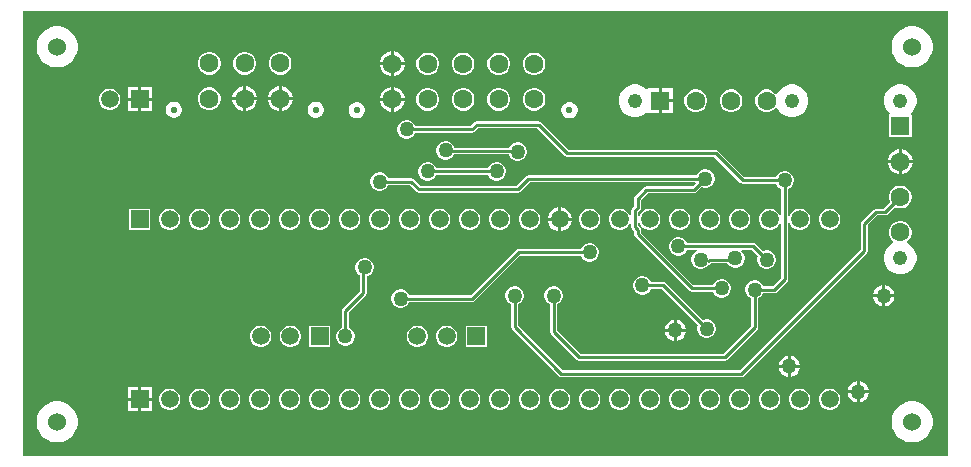
<source format=gbl>
G04*
G04 #@! TF.GenerationSoftware,Altium Limited,Altium Designer,21.6.4 (81)*
G04*
G04 Layer_Physical_Order=2*
G04 Layer_Color=16711680*
%FSLAX25Y25*%
%MOIN*%
G70*
G04*
G04 #@! TF.SameCoordinates,97392813-CCE2-4223-8130-4091A0700721*
G04*
G04*
G04 #@! TF.FilePolarity,Positive*
G04*
G01*
G75*
%ADD48C,0.01000*%
%ADD50C,0.06319*%
%ADD51C,0.02106*%
%ADD52R,0.06319X0.06319*%
%ADD53C,0.04842*%
%ADD54R,0.05906X0.05906*%
%ADD55C,0.05906*%
%ADD56C,0.06000*%
%ADD57R,0.06319X0.06319*%
%ADD58C,0.05000*%
G36*
X309379Y1122D02*
X1122D01*
Y149378D01*
X309379D01*
Y1122D01*
D02*
G37*
%LPC*%
G36*
X124737Y135970D02*
X124689D01*
Y132311D01*
X128348D01*
Y132359D01*
X128065Y133416D01*
X127517Y134365D01*
X126743Y135139D01*
X125794Y135687D01*
X124737Y135970D01*
D02*
G37*
G36*
X123689D02*
X123641D01*
X122583Y135687D01*
X121635Y135139D01*
X120861Y134365D01*
X120313Y133416D01*
X120029Y132359D01*
Y132311D01*
X123689D01*
Y135970D01*
D02*
G37*
G36*
X298175Y144350D02*
X296825D01*
X295502Y144087D01*
X294255Y143570D01*
X293133Y142821D01*
X292179Y141867D01*
X291430Y140745D01*
X290913Y139498D01*
X290650Y138175D01*
Y136825D01*
X290913Y135502D01*
X291430Y134255D01*
X292179Y133133D01*
X293133Y132179D01*
X294255Y131430D01*
X295502Y130913D01*
X296825Y130650D01*
X298175D01*
X299498Y130913D01*
X300745Y131430D01*
X301867Y132179D01*
X302821Y133133D01*
X303570Y134255D01*
X304087Y135502D01*
X304350Y136825D01*
Y138175D01*
X304087Y139498D01*
X303570Y140745D01*
X302821Y141867D01*
X301867Y142821D01*
X300745Y143570D01*
X299498Y144087D01*
X298175Y144350D01*
D02*
G37*
G36*
X13175D02*
X11825D01*
X10502Y144087D01*
X9255Y143570D01*
X8133Y142821D01*
X7179Y141867D01*
X6430Y140745D01*
X5913Y139498D01*
X5650Y138175D01*
Y136825D01*
X5913Y135502D01*
X6430Y134255D01*
X7179Y133133D01*
X8133Y132179D01*
X9255Y131430D01*
X10502Y130913D01*
X11825Y130650D01*
X13175D01*
X14498Y130913D01*
X15745Y131430D01*
X16867Y132179D01*
X17821Y133133D01*
X18570Y134255D01*
X19087Y135502D01*
X19350Y136825D01*
Y138175D01*
X19087Y139498D01*
X18570Y140745D01*
X17821Y141867D01*
X16867Y142821D01*
X15745Y143570D01*
X14498Y144087D01*
X13175Y144350D01*
D02*
G37*
G36*
X87306Y135759D02*
X86316D01*
X85360Y135503D01*
X84503Y135008D01*
X83803Y134308D01*
X83308Y133451D01*
X83052Y132495D01*
Y131505D01*
X83308Y130549D01*
X83803Y129692D01*
X84503Y128992D01*
X85360Y128497D01*
X86316Y128241D01*
X87306D01*
X88262Y128497D01*
X89119Y128992D01*
X89819Y129692D01*
X90314Y130549D01*
X90570Y131505D01*
Y132495D01*
X90314Y133451D01*
X89819Y134308D01*
X89119Y135008D01*
X88262Y135503D01*
X87306Y135759D01*
D02*
G37*
G36*
X75495D02*
X74505D01*
X73549Y135503D01*
X72692Y135008D01*
X71992Y134308D01*
X71497Y133451D01*
X71241Y132495D01*
Y131505D01*
X71497Y130549D01*
X71992Y129692D01*
X72692Y128992D01*
X73549Y128497D01*
X74505Y128241D01*
X75495D01*
X76451Y128497D01*
X77308Y128992D01*
X78008Y129692D01*
X78503Y130549D01*
X78759Y131505D01*
Y132495D01*
X78503Y133451D01*
X78008Y134308D01*
X77308Y135008D01*
X76451Y135503D01*
X75495Y135759D01*
D02*
G37*
G36*
X63684D02*
X62694D01*
X61738Y135503D01*
X60881Y135008D01*
X60181Y134308D01*
X59686Y133451D01*
X59430Y132495D01*
Y131505D01*
X59686Y130549D01*
X60181Y129692D01*
X60881Y128992D01*
X61738Y128497D01*
X62694Y128241D01*
X63684D01*
X64640Y128497D01*
X65497Y128992D01*
X66197Y129692D01*
X66692Y130549D01*
X66948Y131505D01*
Y132495D01*
X66692Y133451D01*
X66197Y134308D01*
X65497Y135008D01*
X64640Y135503D01*
X63684Y135759D01*
D02*
G37*
G36*
X171928Y135571D02*
X170938D01*
X169982Y135314D01*
X169125Y134819D01*
X168425Y134119D01*
X167930Y133262D01*
X167674Y132306D01*
Y131316D01*
X167930Y130360D01*
X168425Y129503D01*
X169125Y128803D01*
X169982Y128308D01*
X170938Y128052D01*
X171928D01*
X172884Y128308D01*
X173741Y128803D01*
X174441Y129503D01*
X174936Y130360D01*
X175192Y131316D01*
Y132306D01*
X174936Y133262D01*
X174441Y134119D01*
X173741Y134819D01*
X172884Y135314D01*
X171928Y135571D01*
D02*
G37*
G36*
X160117D02*
X159127D01*
X158171Y135314D01*
X157314Y134819D01*
X156614Y134119D01*
X156119Y133262D01*
X155863Y132306D01*
Y131316D01*
X156119Y130360D01*
X156614Y129503D01*
X157314Y128803D01*
X158171Y128308D01*
X159127Y128052D01*
X160117D01*
X161073Y128308D01*
X161930Y128803D01*
X162630Y129503D01*
X163125Y130360D01*
X163382Y131316D01*
Y132306D01*
X163125Y133262D01*
X162630Y134119D01*
X161930Y134819D01*
X161073Y135314D01*
X160117Y135571D01*
D02*
G37*
G36*
X148306D02*
X147316D01*
X146360Y135314D01*
X145503Y134819D01*
X144803Y134119D01*
X144308Y133262D01*
X144052Y132306D01*
Y131316D01*
X144308Y130360D01*
X144803Y129503D01*
X145503Y128803D01*
X146360Y128308D01*
X147316Y128052D01*
X148306D01*
X149262Y128308D01*
X150119Y128803D01*
X150819Y129503D01*
X151314Y130360D01*
X151570Y131316D01*
Y132306D01*
X151314Y133262D01*
X150819Y134119D01*
X150119Y134819D01*
X149262Y135314D01*
X148306Y135571D01*
D02*
G37*
G36*
X136495D02*
X135505D01*
X134549Y135314D01*
X133692Y134819D01*
X132992Y134119D01*
X132497Y133262D01*
X132241Y132306D01*
Y131316D01*
X132497Y130360D01*
X132992Y129503D01*
X133692Y128803D01*
X134549Y128308D01*
X135505Y128052D01*
X136495D01*
X137451Y128308D01*
X138308Y128803D01*
X139008Y129503D01*
X139503Y130360D01*
X139759Y131316D01*
Y132306D01*
X139503Y133262D01*
X139008Y134119D01*
X138308Y134819D01*
X137451Y135314D01*
X136495Y135571D01*
D02*
G37*
G36*
X128348Y131311D02*
X124689D01*
Y127652D01*
X124737D01*
X125794Y127935D01*
X126743Y128483D01*
X127517Y129257D01*
X128065Y130206D01*
X128348Y131263D01*
Y131311D01*
D02*
G37*
G36*
X123689D02*
X120029D01*
Y131263D01*
X120313Y130206D01*
X120861Y129257D01*
X121635Y128483D01*
X122583Y127935D01*
X123641Y127652D01*
X123689D01*
Y131311D01*
D02*
G37*
G36*
X258114Y124943D02*
X256681D01*
X255297Y124572D01*
X254056Y123855D01*
X253043Y122842D01*
X252482Y121871D01*
X252098Y121827D01*
X251895Y121854D01*
X251241Y122508D01*
X250384Y123003D01*
X249428Y123259D01*
X248438D01*
X247482Y123003D01*
X246625Y122508D01*
X245925Y121808D01*
X245430Y120951D01*
X245174Y119995D01*
Y119005D01*
X245430Y118049D01*
X245925Y117192D01*
X246625Y116492D01*
X247482Y115997D01*
X248438Y115741D01*
X249428D01*
X250384Y115997D01*
X251241Y116492D01*
X251895Y117146D01*
X252098Y117173D01*
X252482Y117129D01*
X253043Y116158D01*
X254056Y115145D01*
X255297Y114428D01*
X256681Y114058D01*
X258114D01*
X259498Y114428D01*
X260739Y115145D01*
X261753Y116158D01*
X262469Y117399D01*
X262840Y118783D01*
Y120217D01*
X262469Y121601D01*
X261753Y122842D01*
X260739Y123855D01*
X259498Y124572D01*
X258114Y124943D01*
D02*
G37*
G36*
X87359Y124348D02*
X87311D01*
Y120689D01*
X90970D01*
Y120737D01*
X90687Y121794D01*
X90139Y122743D01*
X89365Y123517D01*
X88416Y124065D01*
X87359Y124348D01*
D02*
G37*
G36*
X75548D02*
X75500D01*
Y120689D01*
X79159D01*
Y120737D01*
X78876Y121794D01*
X78328Y122743D01*
X77554Y123517D01*
X76605Y124065D01*
X75548Y124348D01*
D02*
G37*
G36*
X74500D02*
X74452D01*
X73395Y124065D01*
X72446Y123517D01*
X71672Y122743D01*
X71124Y121794D01*
X70841Y120737D01*
Y120689D01*
X74500D01*
Y124348D01*
D02*
G37*
G36*
X86311D02*
X86263D01*
X85206Y124065D01*
X84257Y123517D01*
X83483Y122743D01*
X82935Y121794D01*
X82652Y120737D01*
Y120689D01*
X86311D01*
Y124348D01*
D02*
G37*
G36*
X124737Y124159D02*
X124689D01*
Y120500D01*
X128348D01*
Y120548D01*
X128065Y121606D01*
X127517Y122554D01*
X126743Y123328D01*
X125794Y123876D01*
X124737Y124159D01*
D02*
G37*
G36*
X43953Y123953D02*
X40500D01*
Y120500D01*
X43953D01*
Y123953D01*
D02*
G37*
G36*
X39500D02*
X36047D01*
Y120500D01*
X39500D01*
Y123953D01*
D02*
G37*
G36*
X123689Y124159D02*
X123641D01*
X122583Y123876D01*
X121635Y123328D01*
X120861Y122554D01*
X120313Y121606D01*
X120029Y120548D01*
Y120500D01*
X123689D01*
Y124159D01*
D02*
G37*
G36*
X217659Y123659D02*
X214000D01*
Y120000D01*
X217659D01*
Y123659D01*
D02*
G37*
G36*
X30468Y123553D02*
X29532D01*
X28629Y123311D01*
X27819Y122843D01*
X27157Y122181D01*
X26689Y121371D01*
X26447Y120468D01*
Y119532D01*
X26689Y118629D01*
X27157Y117819D01*
X27819Y117157D01*
X28629Y116689D01*
X29532Y116447D01*
X30468D01*
X31371Y116689D01*
X32181Y117157D01*
X32843Y117819D01*
X33311Y118629D01*
X33553Y119532D01*
Y120468D01*
X33311Y121371D01*
X32843Y122181D01*
X32181Y122843D01*
X31371Y123311D01*
X30468Y123553D01*
D02*
G37*
G36*
X63684Y123948D02*
X62694D01*
X61738Y123692D01*
X60881Y123197D01*
X60181Y122497D01*
X59686Y121640D01*
X59430Y120684D01*
Y119694D01*
X59686Y118738D01*
X60181Y117881D01*
X60881Y117181D01*
X61738Y116686D01*
X62694Y116429D01*
X63684D01*
X64640Y116686D01*
X65497Y117181D01*
X66197Y117881D01*
X66692Y118738D01*
X66948Y119694D01*
Y120684D01*
X66692Y121640D01*
X66197Y122497D01*
X65497Y123197D01*
X64640Y123692D01*
X63684Y123948D01*
D02*
G37*
G36*
X171928Y123759D02*
X170938D01*
X169982Y123503D01*
X169125Y123008D01*
X168425Y122308D01*
X167930Y121451D01*
X167674Y120495D01*
Y119505D01*
X167930Y118549D01*
X168425Y117692D01*
X169125Y116992D01*
X169982Y116497D01*
X170938Y116241D01*
X171928D01*
X172884Y116497D01*
X173741Y116992D01*
X174441Y117692D01*
X174936Y118549D01*
X175192Y119505D01*
Y120495D01*
X174936Y121451D01*
X174441Y122308D01*
X173741Y123008D01*
X172884Y123503D01*
X171928Y123759D01*
D02*
G37*
G36*
X160117D02*
X159127D01*
X158171Y123503D01*
X157314Y123008D01*
X156614Y122308D01*
X156119Y121451D01*
X155863Y120495D01*
Y119505D01*
X156119Y118549D01*
X156614Y117692D01*
X157314Y116992D01*
X158171Y116497D01*
X159127Y116241D01*
X160117D01*
X161073Y116497D01*
X161930Y116992D01*
X162630Y117692D01*
X163125Y118549D01*
X163382Y119505D01*
Y120495D01*
X163125Y121451D01*
X162630Y122308D01*
X161930Y123008D01*
X161073Y123503D01*
X160117Y123759D01*
D02*
G37*
G36*
X148306D02*
X147316D01*
X146360Y123503D01*
X145503Y123008D01*
X144803Y122308D01*
X144308Y121451D01*
X144052Y120495D01*
Y119505D01*
X144308Y118549D01*
X144803Y117692D01*
X145503Y116992D01*
X146360Y116497D01*
X147316Y116241D01*
X148306D01*
X149262Y116497D01*
X150119Y116992D01*
X150819Y117692D01*
X151314Y118549D01*
X151570Y119505D01*
Y120495D01*
X151314Y121451D01*
X150819Y122308D01*
X150119Y123008D01*
X149262Y123503D01*
X148306Y123759D01*
D02*
G37*
G36*
X136495D02*
X135505D01*
X134549Y123503D01*
X133692Y123008D01*
X132992Y122308D01*
X132497Y121451D01*
X132241Y120495D01*
Y119505D01*
X132497Y118549D01*
X132992Y117692D01*
X133692Y116992D01*
X134549Y116497D01*
X135505Y116241D01*
X136495D01*
X137451Y116497D01*
X138308Y116992D01*
X139008Y117692D01*
X139503Y118549D01*
X139759Y119505D01*
Y120495D01*
X139503Y121451D01*
X139008Y122308D01*
X138308Y123008D01*
X137451Y123503D01*
X136495Y123759D01*
D02*
G37*
G36*
X43953Y119500D02*
X40500D01*
Y116047D01*
X43953D01*
Y119500D01*
D02*
G37*
G36*
X39500D02*
X36047D01*
Y116047D01*
X39500D01*
Y119500D01*
D02*
G37*
G36*
X90970Y119689D02*
X87311D01*
Y116030D01*
X87359D01*
X88416Y116313D01*
X89365Y116861D01*
X90139Y117635D01*
X90687Y118584D01*
X90970Y119641D01*
Y119689D01*
D02*
G37*
G36*
X86311D02*
X82652D01*
Y119641D01*
X82935Y118584D01*
X83483Y117635D01*
X84257Y116861D01*
X85206Y116313D01*
X86263Y116030D01*
X86311D01*
Y119689D01*
D02*
G37*
G36*
X79159D02*
X75500D01*
Y116030D01*
X75548D01*
X76605Y116313D01*
X77554Y116861D01*
X78328Y117635D01*
X78876Y118584D01*
X79159Y119641D01*
Y119689D01*
D02*
G37*
G36*
X74500D02*
X70841D01*
Y119641D01*
X71124Y118584D01*
X71672Y117635D01*
X72446Y116861D01*
X73395Y116313D01*
X74452Y116030D01*
X74500D01*
Y119689D01*
D02*
G37*
G36*
X128348Y119500D02*
X124689D01*
Y115841D01*
X124737D01*
X125794Y116124D01*
X126743Y116672D01*
X127517Y117446D01*
X128065Y118394D01*
X128348Y119452D01*
Y119500D01*
D02*
G37*
G36*
X123689D02*
X120029D01*
Y119452D01*
X120313Y118394D01*
X120861Y117446D01*
X121635Y116672D01*
X122583Y116124D01*
X123641Y115841D01*
X123689D01*
Y119500D01*
D02*
G37*
G36*
X237617Y123259D02*
X236627D01*
X235671Y123003D01*
X234814Y122508D01*
X234114Y121808D01*
X233619Y120951D01*
X233363Y119995D01*
Y119005D01*
X233619Y118049D01*
X234114Y117192D01*
X234814Y116492D01*
X235671Y115997D01*
X236627Y115741D01*
X237617D01*
X238573Y115997D01*
X239430Y116492D01*
X240130Y117192D01*
X240625Y118049D01*
X240881Y119005D01*
Y119995D01*
X240625Y120951D01*
X240130Y121808D01*
X239430Y122508D01*
X238573Y123003D01*
X237617Y123259D01*
D02*
G37*
G36*
X225806D02*
X224816D01*
X223860Y123003D01*
X223003Y122508D01*
X222303Y121808D01*
X221808Y120951D01*
X221552Y119995D01*
Y119005D01*
X221808Y118049D01*
X222303Y117192D01*
X223003Y116492D01*
X223860Y115997D01*
X224816Y115741D01*
X225806D01*
X226762Y115997D01*
X227619Y116492D01*
X228319Y117192D01*
X228814Y118049D01*
X229070Y119005D01*
Y119995D01*
X228814Y120951D01*
X228319Y121808D01*
X227619Y122508D01*
X226762Y123003D01*
X225806Y123259D01*
D02*
G37*
G36*
X217659Y119000D02*
X214000D01*
Y115341D01*
X217659D01*
Y119000D01*
D02*
G37*
G36*
X205752Y124943D02*
X204319D01*
X202935Y124572D01*
X201694Y123855D01*
X200680Y122842D01*
X199964Y121601D01*
X199593Y120217D01*
Y118783D01*
X199964Y117399D01*
X200680Y116158D01*
X201694Y115145D01*
X202935Y114428D01*
X204319Y114058D01*
X205752D01*
X207136Y114428D01*
X208377Y115145D01*
X208879Y115646D01*
X209341Y115455D01*
Y115341D01*
X213000D01*
Y119500D01*
Y123659D01*
X209341D01*
Y123545D01*
X208879Y123354D01*
X208377Y123855D01*
X207136Y124572D01*
X205752Y124943D01*
D02*
G37*
G36*
X98978Y119194D02*
X98266D01*
X97578Y119010D01*
X96960Y118654D01*
X96456Y118150D01*
X96100Y117533D01*
X95916Y116844D01*
Y116132D01*
X96100Y115444D01*
X96456Y114827D01*
X96960Y114323D01*
X97578Y113966D01*
X98266Y113782D01*
X98978D01*
X99667Y113966D01*
X100284Y114323D01*
X100788Y114827D01*
X101144Y115444D01*
X101328Y116132D01*
Y116844D01*
X101144Y117533D01*
X100788Y118150D01*
X100284Y118654D01*
X99667Y119010D01*
X98978Y119194D01*
D02*
G37*
G36*
X51734D02*
X51022D01*
X50333Y119010D01*
X49716Y118654D01*
X49212Y118150D01*
X48856Y117533D01*
X48672Y116844D01*
Y116132D01*
X48856Y115444D01*
X49212Y114827D01*
X49716Y114323D01*
X50333Y113966D01*
X51022Y113782D01*
X51734D01*
X52423Y113966D01*
X53040Y114323D01*
X53544Y114827D01*
X53900Y115444D01*
X54084Y116132D01*
Y116844D01*
X53900Y117533D01*
X53544Y118150D01*
X53040Y118654D01*
X52423Y119010D01*
X51734Y119194D01*
D02*
G37*
G36*
X183600Y119006D02*
X182888D01*
X182200Y118821D01*
X181582Y118465D01*
X181079Y117961D01*
X180722Y117344D01*
X180538Y116656D01*
Y115943D01*
X180722Y115255D01*
X181079Y114637D01*
X181582Y114134D01*
X182200Y113777D01*
X182888Y113593D01*
X183600D01*
X184289Y113777D01*
X184906Y114134D01*
X185410Y114637D01*
X185766Y115255D01*
X185950Y115943D01*
Y116656D01*
X185766Y117344D01*
X185410Y117961D01*
X184906Y118465D01*
X184289Y118821D01*
X183600Y119006D01*
D02*
G37*
G36*
X112734D02*
X112022D01*
X111333Y118821D01*
X110716Y118465D01*
X110212Y117961D01*
X109856Y117344D01*
X109672Y116656D01*
Y115943D01*
X109856Y115255D01*
X110212Y114637D01*
X110716Y114134D01*
X111333Y113777D01*
X112022Y113593D01*
X112734D01*
X113423Y113777D01*
X114040Y114134D01*
X114543Y114637D01*
X114900Y115255D01*
X115084Y115943D01*
Y116656D01*
X114900Y117344D01*
X114543Y117961D01*
X114040Y118465D01*
X113423Y118821D01*
X112734Y119006D01*
D02*
G37*
G36*
X294216Y124943D02*
X292783D01*
X291399Y124572D01*
X290158Y123855D01*
X289145Y122842D01*
X288428Y121601D01*
X288057Y120217D01*
Y118783D01*
X288428Y117399D01*
X289145Y116158D01*
X290008Y115295D01*
X289801Y114795D01*
X289740D01*
Y107276D01*
X297259D01*
Y114795D01*
X297199D01*
X296992Y115295D01*
X297855Y116158D01*
X298572Y117399D01*
X298942Y118783D01*
Y120217D01*
X298572Y121601D01*
X297855Y122842D01*
X296842Y123855D01*
X295601Y124572D01*
X294216Y124943D01*
D02*
G37*
G36*
X294048Y103384D02*
X294000D01*
Y99724D01*
X297659D01*
Y99772D01*
X297376Y100830D01*
X296828Y101778D01*
X296054Y102553D01*
X295106Y103100D01*
X294048Y103384D01*
D02*
G37*
G36*
X293000D02*
X292952D01*
X291895Y103100D01*
X290946Y102553D01*
X290172Y101778D01*
X289624Y100830D01*
X289340Y99772D01*
Y99724D01*
X293000D01*
Y103384D01*
D02*
G37*
G36*
X142408Y106100D02*
X141592D01*
X140803Y105889D01*
X140097Y105481D01*
X139519Y104903D01*
X139111Y104197D01*
X138900Y103408D01*
Y102592D01*
X139111Y101803D01*
X139519Y101097D01*
X140097Y100519D01*
X140803Y100111D01*
X141592Y99900D01*
X142408D01*
X143197Y100111D01*
X143903Y100519D01*
X144481Y101097D01*
X144788Y101628D01*
X163024D01*
X163111Y101303D01*
X163519Y100597D01*
X164097Y100019D01*
X164803Y99611D01*
X165592Y99400D01*
X166408D01*
X167197Y99611D01*
X167903Y100019D01*
X168481Y100597D01*
X168889Y101303D01*
X169100Y102092D01*
Y102908D01*
X168889Y103697D01*
X168481Y104403D01*
X167903Y104981D01*
X167197Y105389D01*
X166408Y105600D01*
X165592D01*
X164803Y105389D01*
X164097Y104981D01*
X163519Y104403D01*
X163212Y103872D01*
X144976D01*
X144889Y104197D01*
X144481Y104903D01*
X143903Y105481D01*
X143197Y105889D01*
X142408Y106100D01*
D02*
G37*
G36*
X159408Y99100D02*
X158592D01*
X157803Y98889D01*
X157097Y98481D01*
X156519Y97903D01*
X156111Y97197D01*
X156091Y97122D01*
X138909D01*
X138889Y97197D01*
X138481Y97903D01*
X137903Y98481D01*
X137197Y98889D01*
X136408Y99100D01*
X135592D01*
X134803Y98889D01*
X134097Y98481D01*
X133519Y97903D01*
X133111Y97197D01*
X132900Y96408D01*
Y95592D01*
X133111Y94803D01*
X133519Y94097D01*
X134097Y93519D01*
X134803Y93111D01*
X135592Y92900D01*
X136408D01*
X137197Y93111D01*
X137903Y93519D01*
X138481Y94097D01*
X138889Y94803D01*
X138909Y94878D01*
X156091D01*
X156111Y94803D01*
X156519Y94097D01*
X157097Y93519D01*
X157803Y93111D01*
X158592Y92900D01*
X159408D01*
X160197Y93111D01*
X160903Y93519D01*
X161481Y94097D01*
X161889Y94803D01*
X162100Y95592D01*
Y96408D01*
X161889Y97197D01*
X161481Y97903D01*
X160903Y98481D01*
X160197Y98889D01*
X159408Y99100D01*
D02*
G37*
G36*
X297659Y98724D02*
X294000D01*
Y95065D01*
X294048D01*
X295106Y95348D01*
X296054Y95896D01*
X296828Y96671D01*
X297376Y97619D01*
X297659Y98677D01*
Y98724D01*
D02*
G37*
G36*
X293000D02*
X289340D01*
Y98677D01*
X289624Y97619D01*
X290172Y96671D01*
X290946Y95896D01*
X291895Y95348D01*
X292952Y95065D01*
X293000D01*
Y98724D01*
D02*
G37*
G36*
X228908Y96600D02*
X228092D01*
X227303Y96389D01*
X226597Y95981D01*
X226019Y95403D01*
X225611Y94697D01*
X225591Y94622D01*
X169500D01*
X169500Y94622D01*
X169071Y94536D01*
X168707Y94293D01*
X168707Y94293D01*
X165535Y91122D01*
X133465D01*
X131293Y93293D01*
X130929Y93536D01*
X130500Y93622D01*
X130500Y93622D01*
X122909D01*
X122889Y93697D01*
X122481Y94403D01*
X121903Y94981D01*
X121197Y95389D01*
X120408Y95600D01*
X119592D01*
X118803Y95389D01*
X118097Y94981D01*
X117519Y94403D01*
X117111Y93697D01*
X116900Y92908D01*
Y92092D01*
X117111Y91303D01*
X117519Y90597D01*
X118097Y90019D01*
X118803Y89611D01*
X119592Y89400D01*
X120408D01*
X121197Y89611D01*
X121903Y90019D01*
X122481Y90597D01*
X122889Y91303D01*
X122909Y91378D01*
X130035D01*
X132207Y89207D01*
X132207Y89207D01*
X132571Y88964D01*
X133000Y88878D01*
X166000D01*
X166000Y88878D01*
X166429Y88964D01*
X166793Y89207D01*
X169965Y92378D01*
X225085D01*
X225292Y91878D01*
X224334Y90920D01*
X208884D01*
X208884Y90920D01*
X208455Y90834D01*
X208091Y90591D01*
X208091Y90591D01*
X205154Y87655D01*
X204911Y87291D01*
X204826Y86861D01*
X204826Y86861D01*
Y84374D01*
X204207Y83755D01*
X203964Y83391D01*
X203878Y82962D01*
X203878Y82962D01*
Y81184D01*
X203378Y81118D01*
X203311Y81371D01*
X202843Y82181D01*
X202181Y82843D01*
X201371Y83311D01*
X200468Y83553D01*
X199532D01*
X198629Y83311D01*
X197819Y82843D01*
X197157Y82181D01*
X196689Y81371D01*
X196447Y80468D01*
Y79532D01*
X196689Y78629D01*
X197157Y77819D01*
X197819Y77157D01*
X198629Y76689D01*
X199532Y76447D01*
X200468D01*
X201371Y76689D01*
X202181Y77157D01*
X202843Y77819D01*
X203311Y78629D01*
X203378Y78882D01*
X203878Y78816D01*
Y77500D01*
X203878Y77500D01*
X203964Y77071D01*
X204207Y76707D01*
X204826Y76088D01*
Y75053D01*
X204826Y75053D01*
X204911Y74624D01*
X205154Y74260D01*
X223207Y56207D01*
X223207Y56207D01*
X223571Y55964D01*
X224000Y55878D01*
X224000Y55878D01*
X231091D01*
X231111Y55803D01*
X231519Y55097D01*
X232097Y54519D01*
X232803Y54111D01*
X233592Y53900D01*
X234408D01*
X235197Y54111D01*
X235903Y54519D01*
X236481Y55097D01*
X236889Y55803D01*
X237100Y56592D01*
Y57408D01*
X236889Y58197D01*
X236481Y58903D01*
X235903Y59481D01*
X235197Y59889D01*
X234408Y60100D01*
X233592D01*
X232803Y59889D01*
X232097Y59481D01*
X231519Y58903D01*
X231111Y58197D01*
X231091Y58122D01*
X224465D01*
X207069Y75517D01*
Y76553D01*
X207069Y76553D01*
X206983Y76982D01*
X206740Y77346D01*
X206121Y77965D01*
Y78816D01*
X206622Y78882D01*
X206689Y78629D01*
X207157Y77819D01*
X207819Y77157D01*
X208629Y76689D01*
X209532Y76447D01*
X210468D01*
X211371Y76689D01*
X212181Y77157D01*
X212843Y77819D01*
X213311Y78629D01*
X213553Y79532D01*
Y80468D01*
X213311Y81371D01*
X212843Y82181D01*
X212181Y82843D01*
X211371Y83311D01*
X210468Y83553D01*
X209532D01*
X208629Y83311D01*
X207819Y82843D01*
X207157Y82181D01*
X206689Y81371D01*
X206622Y81118D01*
X206121Y81184D01*
Y82498D01*
X206740Y83116D01*
X206983Y83480D01*
X207069Y83909D01*
X207069Y83909D01*
Y86397D01*
X209348Y88677D01*
X224798D01*
X224798Y88677D01*
X225227Y88762D01*
X225591Y89005D01*
X227236Y90650D01*
X227303Y90611D01*
X228092Y90400D01*
X228908D01*
X229697Y90611D01*
X230403Y91019D01*
X230981Y91597D01*
X231389Y92303D01*
X231600Y93092D01*
Y93908D01*
X231389Y94697D01*
X230981Y95403D01*
X230403Y95981D01*
X229697Y96389D01*
X228908Y96600D01*
D02*
G37*
G36*
X293995Y91173D02*
X293005D01*
X292049Y90917D01*
X291192Y90422D01*
X290492Y89722D01*
X289997Y88864D01*
X289740Y87908D01*
Y86918D01*
X289997Y85962D01*
X290167Y85667D01*
X288070Y83569D01*
X285448D01*
X285448Y83569D01*
X285019Y83484D01*
X284655Y83241D01*
X280707Y79293D01*
X280464Y78929D01*
X280378Y78500D01*
X280379Y78500D01*
Y69965D01*
X240035Y29622D01*
X180965D01*
X166122Y44465D01*
Y51591D01*
X166197Y51611D01*
X166903Y52019D01*
X167481Y52597D01*
X167889Y53303D01*
X168100Y54092D01*
Y54908D01*
X167889Y55697D01*
X167481Y56403D01*
X166903Y56981D01*
X166197Y57389D01*
X165408Y57600D01*
X164592D01*
X163803Y57389D01*
X163097Y56981D01*
X162519Y56403D01*
X162111Y55697D01*
X161900Y54908D01*
Y54092D01*
X162111Y53303D01*
X162519Y52597D01*
X163097Y52019D01*
X163803Y51611D01*
X163878Y51591D01*
Y44000D01*
X163878Y44000D01*
X163964Y43571D01*
X164207Y43207D01*
X179707Y27707D01*
X180071Y27464D01*
X180500Y27378D01*
X180500Y27378D01*
X240500D01*
X240500Y27378D01*
X240929Y27464D01*
X241293Y27707D01*
X282293Y68707D01*
X282293Y68707D01*
X282536Y69071D01*
X282622Y69500D01*
X282622Y69500D01*
Y78035D01*
X285912Y81326D01*
X288534D01*
X288534Y81326D01*
X288964Y81412D01*
X289328Y81655D01*
X291753Y84081D01*
X292049Y83910D01*
X293005Y83654D01*
X293995D01*
X294951Y83910D01*
X295808Y84405D01*
X296508Y85105D01*
X297003Y85962D01*
X297259Y86918D01*
Y87908D01*
X297003Y88864D01*
X296508Y89722D01*
X295808Y90422D01*
X294951Y90917D01*
X293995Y91173D01*
D02*
G37*
G36*
X129408Y113100D02*
X128592D01*
X127803Y112889D01*
X127097Y112481D01*
X126519Y111903D01*
X126111Y111197D01*
X125900Y110408D01*
Y109592D01*
X126111Y108803D01*
X126519Y108097D01*
X127097Y107519D01*
X127803Y107111D01*
X128592Y106900D01*
X129408D01*
X130197Y107111D01*
X130903Y107519D01*
X131481Y108097D01*
X131889Y108803D01*
X131909Y108878D01*
X150791D01*
X150791Y108878D01*
X151220Y108964D01*
X151584Y109207D01*
X152756Y110378D01*
X172535D01*
X181707Y101207D01*
X181707Y101207D01*
X182071Y100964D01*
X182500Y100878D01*
X182500Y100878D01*
X231535D01*
X240207Y92207D01*
X240207Y92207D01*
X240571Y91964D01*
X241000Y91878D01*
X252091D01*
X252111Y91803D01*
X252519Y91097D01*
X253097Y90519D01*
X253803Y90111D01*
X253878Y90091D01*
Y81184D01*
X253379Y81118D01*
X253311Y81371D01*
X252843Y82181D01*
X252181Y82843D01*
X251371Y83311D01*
X250468Y83553D01*
X249532D01*
X248629Y83311D01*
X247819Y82843D01*
X247157Y82181D01*
X246689Y81371D01*
X246447Y80468D01*
Y79532D01*
X246689Y78629D01*
X247157Y77819D01*
X247819Y77157D01*
X248629Y76689D01*
X249532Y76447D01*
X250468D01*
X251371Y76689D01*
X252181Y77157D01*
X252843Y77819D01*
X253311Y78629D01*
X253379Y78882D01*
X253878Y78816D01*
Y60465D01*
X251035Y57622D01*
X247909D01*
X247889Y57697D01*
X247481Y58403D01*
X246903Y58981D01*
X246197Y59389D01*
X245408Y59600D01*
X244592D01*
X243803Y59389D01*
X243097Y58981D01*
X242519Y58403D01*
X242111Y57697D01*
X241900Y56908D01*
Y56092D01*
X242111Y55303D01*
X242519Y54597D01*
X243097Y54019D01*
X243803Y53611D01*
X243879Y53591D01*
Y44465D01*
X234535Y35122D01*
X186965D01*
X179122Y42965D01*
Y51591D01*
X179197Y51611D01*
X179903Y52019D01*
X180481Y52597D01*
X180889Y53303D01*
X181100Y54092D01*
Y54908D01*
X180889Y55697D01*
X180481Y56403D01*
X179903Y56981D01*
X179197Y57389D01*
X178408Y57600D01*
X177592D01*
X176803Y57389D01*
X176097Y56981D01*
X175519Y56403D01*
X175111Y55697D01*
X174900Y54908D01*
Y54092D01*
X175111Y53303D01*
X175519Y52597D01*
X176097Y52019D01*
X176803Y51611D01*
X176878Y51591D01*
Y42500D01*
X176878Y42500D01*
X176964Y42071D01*
X177207Y41707D01*
X185707Y33207D01*
X185707Y33207D01*
X186071Y32964D01*
X186500Y32878D01*
X186500Y32878D01*
X235000D01*
X235000Y32878D01*
X235429Y32964D01*
X235793Y33207D01*
X245793Y43207D01*
X245793Y43207D01*
X246036Y43571D01*
X246122Y44000D01*
X246122Y44000D01*
Y53591D01*
X246197Y53611D01*
X246903Y54019D01*
X247481Y54597D01*
X247889Y55303D01*
X247909Y55378D01*
X251500D01*
X251500Y55378D01*
X251929Y55464D01*
X252293Y55707D01*
X255793Y59207D01*
X255793Y59207D01*
X256036Y59571D01*
X256122Y60000D01*
X256121Y60000D01*
Y78816D01*
X256622Y78882D01*
X256689Y78629D01*
X257157Y77819D01*
X257819Y77157D01*
X258629Y76689D01*
X259532Y76447D01*
X260468D01*
X261371Y76689D01*
X262181Y77157D01*
X262843Y77819D01*
X263311Y78629D01*
X263553Y79532D01*
Y80468D01*
X263311Y81371D01*
X262843Y82181D01*
X262181Y82843D01*
X261371Y83311D01*
X260468Y83553D01*
X259532D01*
X258629Y83311D01*
X257819Y82843D01*
X257157Y82181D01*
X256689Y81371D01*
X256622Y81118D01*
X256121Y81184D01*
Y90091D01*
X256197Y90111D01*
X256903Y90519D01*
X257481Y91097D01*
X257889Y91803D01*
X258100Y92592D01*
Y93408D01*
X257889Y94197D01*
X257481Y94903D01*
X256903Y95481D01*
X256197Y95889D01*
X255408Y96100D01*
X254592D01*
X253803Y95889D01*
X253097Y95481D01*
X252519Y94903D01*
X252111Y94197D01*
X252091Y94122D01*
X241465D01*
X232793Y102793D01*
X232429Y103036D01*
X232000Y103122D01*
X232000Y103122D01*
X182965D01*
X173793Y112293D01*
X173429Y112536D01*
X173000Y112622D01*
X173000Y112622D01*
X152291D01*
X152291Y112622D01*
X151862Y112536D01*
X151498Y112293D01*
X150327Y111122D01*
X131909D01*
X131889Y111197D01*
X131481Y111903D01*
X130903Y112481D01*
X130197Y112889D01*
X129408Y113100D01*
D02*
G37*
G36*
X180520Y83953D02*
X180500D01*
Y80500D01*
X183953D01*
Y80520D01*
X183683Y81526D01*
X183163Y82427D01*
X182427Y83163D01*
X181526Y83683D01*
X180520Y83953D01*
D02*
G37*
G36*
X179500D02*
X179480D01*
X178474Y83683D01*
X177573Y83163D01*
X176837Y82427D01*
X176317Y81526D01*
X176047Y80520D01*
Y80500D01*
X179500D01*
Y83953D01*
D02*
G37*
G36*
X270468Y83553D02*
X269532D01*
X268629Y83311D01*
X267819Y82843D01*
X267157Y82181D01*
X266689Y81371D01*
X266447Y80468D01*
Y79532D01*
X266689Y78629D01*
X267157Y77819D01*
X267819Y77157D01*
X268629Y76689D01*
X269532Y76447D01*
X270468D01*
X271371Y76689D01*
X272181Y77157D01*
X272843Y77819D01*
X273311Y78629D01*
X273553Y79532D01*
Y80468D01*
X273311Y81371D01*
X272843Y82181D01*
X272181Y82843D01*
X271371Y83311D01*
X270468Y83553D01*
D02*
G37*
G36*
X240468D02*
X239532D01*
X238629Y83311D01*
X237819Y82843D01*
X237157Y82181D01*
X236689Y81371D01*
X236447Y80468D01*
Y79532D01*
X236689Y78629D01*
X237157Y77819D01*
X237819Y77157D01*
X238629Y76689D01*
X239532Y76447D01*
X240468D01*
X241371Y76689D01*
X242181Y77157D01*
X242843Y77819D01*
X243311Y78629D01*
X243553Y79532D01*
Y80468D01*
X243311Y81371D01*
X242843Y82181D01*
X242181Y82843D01*
X241371Y83311D01*
X240468Y83553D01*
D02*
G37*
G36*
X230468D02*
X229532D01*
X228629Y83311D01*
X227819Y82843D01*
X227157Y82181D01*
X226689Y81371D01*
X226447Y80468D01*
Y79532D01*
X226689Y78629D01*
X227157Y77819D01*
X227819Y77157D01*
X228629Y76689D01*
X229532Y76447D01*
X230468D01*
X231371Y76689D01*
X232181Y77157D01*
X232843Y77819D01*
X233311Y78629D01*
X233553Y79532D01*
Y80468D01*
X233311Y81371D01*
X232843Y82181D01*
X232181Y82843D01*
X231371Y83311D01*
X230468Y83553D01*
D02*
G37*
G36*
X220468D02*
X219532D01*
X218629Y83311D01*
X217819Y82843D01*
X217157Y82181D01*
X216689Y81371D01*
X216447Y80468D01*
Y79532D01*
X216689Y78629D01*
X217157Y77819D01*
X217819Y77157D01*
X218629Y76689D01*
X219532Y76447D01*
X220468D01*
X221371Y76689D01*
X222181Y77157D01*
X222843Y77819D01*
X223311Y78629D01*
X223553Y79532D01*
Y80468D01*
X223311Y81371D01*
X222843Y82181D01*
X222181Y82843D01*
X221371Y83311D01*
X220468Y83553D01*
D02*
G37*
G36*
X190468D02*
X189532D01*
X188629Y83311D01*
X187819Y82843D01*
X187157Y82181D01*
X186689Y81371D01*
X186447Y80468D01*
Y79532D01*
X186689Y78629D01*
X187157Y77819D01*
X187819Y77157D01*
X188629Y76689D01*
X189532Y76447D01*
X190468D01*
X191371Y76689D01*
X192181Y77157D01*
X192843Y77819D01*
X193311Y78629D01*
X193553Y79532D01*
Y80468D01*
X193311Y81371D01*
X192843Y82181D01*
X192181Y82843D01*
X191371Y83311D01*
X190468Y83553D01*
D02*
G37*
G36*
X170468D02*
X169532D01*
X168629Y83311D01*
X167819Y82843D01*
X167157Y82181D01*
X166689Y81371D01*
X166447Y80468D01*
Y79532D01*
X166689Y78629D01*
X167157Y77819D01*
X167819Y77157D01*
X168629Y76689D01*
X169532Y76447D01*
X170468D01*
X171371Y76689D01*
X172181Y77157D01*
X172843Y77819D01*
X173311Y78629D01*
X173553Y79532D01*
Y80468D01*
X173311Y81371D01*
X172843Y82181D01*
X172181Y82843D01*
X171371Y83311D01*
X170468Y83553D01*
D02*
G37*
G36*
X160468D02*
X159532D01*
X158629Y83311D01*
X157819Y82843D01*
X157157Y82181D01*
X156689Y81371D01*
X156447Y80468D01*
Y79532D01*
X156689Y78629D01*
X157157Y77819D01*
X157819Y77157D01*
X158629Y76689D01*
X159532Y76447D01*
X160468D01*
X161371Y76689D01*
X162181Y77157D01*
X162843Y77819D01*
X163311Y78629D01*
X163553Y79532D01*
Y80468D01*
X163311Y81371D01*
X162843Y82181D01*
X162181Y82843D01*
X161371Y83311D01*
X160468Y83553D01*
D02*
G37*
G36*
X150468D02*
X149532D01*
X148629Y83311D01*
X147819Y82843D01*
X147157Y82181D01*
X146689Y81371D01*
X146447Y80468D01*
Y79532D01*
X146689Y78629D01*
X147157Y77819D01*
X147819Y77157D01*
X148629Y76689D01*
X149532Y76447D01*
X150468D01*
X151371Y76689D01*
X152181Y77157D01*
X152843Y77819D01*
X153311Y78629D01*
X153553Y79532D01*
Y80468D01*
X153311Y81371D01*
X152843Y82181D01*
X152181Y82843D01*
X151371Y83311D01*
X150468Y83553D01*
D02*
G37*
G36*
X140468D02*
X139532D01*
X138629Y83311D01*
X137819Y82843D01*
X137157Y82181D01*
X136689Y81371D01*
X136447Y80468D01*
Y79532D01*
X136689Y78629D01*
X137157Y77819D01*
X137819Y77157D01*
X138629Y76689D01*
X139532Y76447D01*
X140468D01*
X141371Y76689D01*
X142181Y77157D01*
X142843Y77819D01*
X143311Y78629D01*
X143553Y79532D01*
Y80468D01*
X143311Y81371D01*
X142843Y82181D01*
X142181Y82843D01*
X141371Y83311D01*
X140468Y83553D01*
D02*
G37*
G36*
X130468D02*
X129532D01*
X128629Y83311D01*
X127819Y82843D01*
X127157Y82181D01*
X126689Y81371D01*
X126447Y80468D01*
Y79532D01*
X126689Y78629D01*
X127157Y77819D01*
X127819Y77157D01*
X128629Y76689D01*
X129532Y76447D01*
X130468D01*
X131371Y76689D01*
X132181Y77157D01*
X132843Y77819D01*
X133311Y78629D01*
X133553Y79532D01*
Y80468D01*
X133311Y81371D01*
X132843Y82181D01*
X132181Y82843D01*
X131371Y83311D01*
X130468Y83553D01*
D02*
G37*
G36*
X120468D02*
X119532D01*
X118629Y83311D01*
X117819Y82843D01*
X117157Y82181D01*
X116689Y81371D01*
X116447Y80468D01*
Y79532D01*
X116689Y78629D01*
X117157Y77819D01*
X117819Y77157D01*
X118629Y76689D01*
X119532Y76447D01*
X120468D01*
X121371Y76689D01*
X122181Y77157D01*
X122843Y77819D01*
X123311Y78629D01*
X123553Y79532D01*
Y80468D01*
X123311Y81371D01*
X122843Y82181D01*
X122181Y82843D01*
X121371Y83311D01*
X120468Y83553D01*
D02*
G37*
G36*
X110468D02*
X109532D01*
X108629Y83311D01*
X107819Y82843D01*
X107157Y82181D01*
X106689Y81371D01*
X106447Y80468D01*
Y79532D01*
X106689Y78629D01*
X107157Y77819D01*
X107819Y77157D01*
X108629Y76689D01*
X109532Y76447D01*
X110468D01*
X111371Y76689D01*
X112181Y77157D01*
X112843Y77819D01*
X113311Y78629D01*
X113553Y79532D01*
Y80468D01*
X113311Y81371D01*
X112843Y82181D01*
X112181Y82843D01*
X111371Y83311D01*
X110468Y83553D01*
D02*
G37*
G36*
X100468D02*
X99532D01*
X98629Y83311D01*
X97819Y82843D01*
X97157Y82181D01*
X96689Y81371D01*
X96447Y80468D01*
Y79532D01*
X96689Y78629D01*
X97157Y77819D01*
X97819Y77157D01*
X98629Y76689D01*
X99532Y76447D01*
X100468D01*
X101371Y76689D01*
X102181Y77157D01*
X102843Y77819D01*
X103311Y78629D01*
X103553Y79532D01*
Y80468D01*
X103311Y81371D01*
X102843Y82181D01*
X102181Y82843D01*
X101371Y83311D01*
X100468Y83553D01*
D02*
G37*
G36*
X90468D02*
X89532D01*
X88629Y83311D01*
X87819Y82843D01*
X87157Y82181D01*
X86689Y81371D01*
X86447Y80468D01*
Y79532D01*
X86689Y78629D01*
X87157Y77819D01*
X87819Y77157D01*
X88629Y76689D01*
X89532Y76447D01*
X90468D01*
X91371Y76689D01*
X92181Y77157D01*
X92843Y77819D01*
X93311Y78629D01*
X93553Y79532D01*
Y80468D01*
X93311Y81371D01*
X92843Y82181D01*
X92181Y82843D01*
X91371Y83311D01*
X90468Y83553D01*
D02*
G37*
G36*
X80468D02*
X79532D01*
X78629Y83311D01*
X77819Y82843D01*
X77157Y82181D01*
X76689Y81371D01*
X76447Y80468D01*
Y79532D01*
X76689Y78629D01*
X77157Y77819D01*
X77819Y77157D01*
X78629Y76689D01*
X79532Y76447D01*
X80468D01*
X81371Y76689D01*
X82181Y77157D01*
X82843Y77819D01*
X83311Y78629D01*
X83553Y79532D01*
Y80468D01*
X83311Y81371D01*
X82843Y82181D01*
X82181Y82843D01*
X81371Y83311D01*
X80468Y83553D01*
D02*
G37*
G36*
X70468D02*
X69532D01*
X68629Y83311D01*
X67819Y82843D01*
X67157Y82181D01*
X66689Y81371D01*
X66447Y80468D01*
Y79532D01*
X66689Y78629D01*
X67157Y77819D01*
X67819Y77157D01*
X68629Y76689D01*
X69532Y76447D01*
X70468D01*
X71371Y76689D01*
X72181Y77157D01*
X72843Y77819D01*
X73311Y78629D01*
X73553Y79532D01*
Y80468D01*
X73311Y81371D01*
X72843Y82181D01*
X72181Y82843D01*
X71371Y83311D01*
X70468Y83553D01*
D02*
G37*
G36*
X60468D02*
X59532D01*
X58629Y83311D01*
X57819Y82843D01*
X57157Y82181D01*
X56689Y81371D01*
X56447Y80468D01*
Y79532D01*
X56689Y78629D01*
X57157Y77819D01*
X57819Y77157D01*
X58629Y76689D01*
X59532Y76447D01*
X60468D01*
X61371Y76689D01*
X62181Y77157D01*
X62843Y77819D01*
X63311Y78629D01*
X63553Y79532D01*
Y80468D01*
X63311Y81371D01*
X62843Y82181D01*
X62181Y82843D01*
X61371Y83311D01*
X60468Y83553D01*
D02*
G37*
G36*
X50468D02*
X49532D01*
X48629Y83311D01*
X47819Y82843D01*
X47157Y82181D01*
X46689Y81371D01*
X46447Y80468D01*
Y79532D01*
X46689Y78629D01*
X47157Y77819D01*
X47819Y77157D01*
X48629Y76689D01*
X49532Y76447D01*
X50468D01*
X51371Y76689D01*
X52181Y77157D01*
X52843Y77819D01*
X53311Y78629D01*
X53553Y79532D01*
Y80468D01*
X53311Y81371D01*
X52843Y82181D01*
X52181Y82843D01*
X51371Y83311D01*
X50468Y83553D01*
D02*
G37*
G36*
X43553D02*
X36447D01*
Y76447D01*
X43553D01*
Y83553D01*
D02*
G37*
G36*
X183953Y79500D02*
X180500D01*
Y76047D01*
X180520D01*
X181526Y76317D01*
X182427Y76837D01*
X183163Y77573D01*
X183683Y78474D01*
X183953Y79480D01*
Y79500D01*
D02*
G37*
G36*
X179500D02*
X176047D01*
Y79480D01*
X176317Y78474D01*
X176837Y77573D01*
X177573Y76837D01*
X178474Y76317D01*
X179480Y76047D01*
X179500D01*
Y79500D01*
D02*
G37*
G36*
X190408Y72100D02*
X189592D01*
X188803Y71889D01*
X188097Y71481D01*
X187519Y70903D01*
X187111Y70197D01*
X187091Y70122D01*
X166250D01*
X166250Y70122D01*
X165821Y70036D01*
X165457Y69793D01*
X150285Y54622D01*
X129909D01*
X129889Y54697D01*
X129481Y55403D01*
X128903Y55981D01*
X128197Y56389D01*
X127408Y56600D01*
X126592D01*
X125803Y56389D01*
X125097Y55981D01*
X124519Y55403D01*
X124111Y54697D01*
X123900Y53908D01*
Y53092D01*
X124111Y52303D01*
X124519Y51597D01*
X125097Y51019D01*
X125803Y50611D01*
X126592Y50400D01*
X127408D01*
X128197Y50611D01*
X128903Y51019D01*
X129481Y51597D01*
X129889Y52303D01*
X129909Y52378D01*
X150750D01*
X150750Y52378D01*
X151179Y52464D01*
X151543Y52707D01*
X166715Y67878D01*
X187091D01*
X187111Y67803D01*
X187519Y67097D01*
X188097Y66519D01*
X188803Y66111D01*
X189592Y65900D01*
X190408D01*
X191197Y66111D01*
X191903Y66519D01*
X192481Y67097D01*
X192889Y67803D01*
X193100Y68592D01*
Y69408D01*
X192889Y70197D01*
X192481Y70903D01*
X191903Y71481D01*
X191197Y71889D01*
X190408Y72100D01*
D02*
G37*
G36*
X219908Y74100D02*
X219092D01*
X218303Y73889D01*
X217597Y73481D01*
X217019Y72903D01*
X216611Y72197D01*
X216400Y71408D01*
Y70592D01*
X216611Y69803D01*
X217019Y69097D01*
X217597Y68519D01*
X218303Y68111D01*
X219092Y67900D01*
X219908D01*
X220697Y68111D01*
X221403Y68519D01*
X221981Y69097D01*
X222389Y69803D01*
X222409Y69878D01*
X225699D01*
X225803Y69389D01*
X225097Y68981D01*
X224519Y68403D01*
X224111Y67697D01*
X223900Y66908D01*
Y66092D01*
X224111Y65303D01*
X224519Y64597D01*
X225097Y64019D01*
X225803Y63611D01*
X226592Y63400D01*
X227408D01*
X228197Y63611D01*
X228903Y64019D01*
X229481Y64597D01*
X229662Y64911D01*
X229929Y64964D01*
X230293Y65207D01*
X230465Y65378D01*
X235857D01*
X236019Y65097D01*
X236597Y64519D01*
X237303Y64111D01*
X238092Y63900D01*
X238908D01*
X239697Y64111D01*
X240403Y64519D01*
X240981Y65097D01*
X241389Y65803D01*
X241600Y66592D01*
Y67408D01*
X241389Y68197D01*
X240981Y68903D01*
X240506Y69378D01*
X240650Y69878D01*
X244035D01*
X246150Y67764D01*
X246111Y67697D01*
X245900Y66908D01*
Y66092D01*
X246111Y65303D01*
X246519Y64597D01*
X247097Y64019D01*
X247803Y63611D01*
X248592Y63400D01*
X249408D01*
X250197Y63611D01*
X250903Y64019D01*
X251481Y64597D01*
X251889Y65303D01*
X252100Y66092D01*
Y66908D01*
X251889Y67697D01*
X251481Y68403D01*
X250903Y68981D01*
X250197Y69389D01*
X249408Y69600D01*
X248592D01*
X247803Y69389D01*
X247736Y69350D01*
X245293Y71793D01*
X244929Y72036D01*
X244500Y72122D01*
X244500Y72122D01*
X222409D01*
X222389Y72197D01*
X221981Y72903D01*
X221403Y73481D01*
X220697Y73889D01*
X219908Y74100D01*
D02*
G37*
G36*
X293995Y79362D02*
X293005D01*
X292049Y79106D01*
X291192Y78611D01*
X290492Y77911D01*
X289997Y77053D01*
X289740Y76097D01*
Y75107D01*
X289997Y74151D01*
X290492Y73294D01*
X291145Y72640D01*
X291173Y72438D01*
X291128Y72053D01*
X290158Y71493D01*
X289145Y70480D01*
X288428Y69239D01*
X288057Y67854D01*
Y66421D01*
X288428Y65037D01*
X289145Y63796D01*
X290158Y62783D01*
X291399Y62066D01*
X292783Y61695D01*
X294216D01*
X295601Y62066D01*
X296842Y62783D01*
X297855Y63796D01*
X298572Y65037D01*
X298942Y66421D01*
Y67854D01*
X298572Y69239D01*
X297855Y70480D01*
X296842Y71493D01*
X295871Y72053D01*
X295827Y72438D01*
X295854Y72640D01*
X296508Y73294D01*
X297003Y74151D01*
X297259Y75107D01*
Y76097D01*
X297003Y77053D01*
X296508Y77911D01*
X295808Y78611D01*
X294951Y79106D01*
X293995Y79362D01*
D02*
G37*
G36*
X288500Y57990D02*
Y55000D01*
X291490D01*
X291262Y55851D01*
X290801Y56649D01*
X290149Y57301D01*
X289351Y57762D01*
X288500Y57990D01*
D02*
G37*
G36*
X287500D02*
X286649Y57762D01*
X285851Y57301D01*
X285199Y56649D01*
X284738Y55851D01*
X284510Y55000D01*
X287500D01*
Y57990D01*
D02*
G37*
G36*
X291490Y54000D02*
X288500D01*
Y51011D01*
X289351Y51239D01*
X290149Y51699D01*
X290801Y52351D01*
X291262Y53149D01*
X291490Y54000D01*
D02*
G37*
G36*
X287500D02*
X284510D01*
X284738Y53149D01*
X285199Y52351D01*
X285851Y51699D01*
X286649Y51239D01*
X287500Y51011D01*
Y54000D01*
D02*
G37*
G36*
X219000Y46490D02*
Y43500D01*
X221989D01*
X221761Y44351D01*
X221301Y45149D01*
X220649Y45801D01*
X219851Y46262D01*
X219000Y46490D01*
D02*
G37*
G36*
X218000D02*
X217149Y46262D01*
X216351Y45801D01*
X215699Y45149D01*
X215238Y44351D01*
X215010Y43500D01*
X218000D01*
Y46490D01*
D02*
G37*
G36*
X207908Y61100D02*
X207092D01*
X206303Y60889D01*
X205597Y60481D01*
X205019Y59903D01*
X204611Y59197D01*
X204400Y58408D01*
Y57592D01*
X204611Y56803D01*
X205019Y56097D01*
X205597Y55519D01*
X206303Y55111D01*
X207092Y54900D01*
X207908D01*
X208697Y55111D01*
X209403Y55519D01*
X209981Y56097D01*
X210389Y56803D01*
X210409Y56878D01*
X214035D01*
X226150Y44764D01*
X226111Y44697D01*
X225900Y43908D01*
Y43092D01*
X226111Y42303D01*
X226519Y41597D01*
X227097Y41019D01*
X227803Y40611D01*
X228592Y40400D01*
X229408D01*
X230197Y40611D01*
X230903Y41019D01*
X231481Y41597D01*
X231889Y42303D01*
X232100Y43092D01*
Y43908D01*
X231889Y44697D01*
X231481Y45403D01*
X230903Y45981D01*
X230197Y46389D01*
X229408Y46600D01*
X228592D01*
X227803Y46389D01*
X227736Y46350D01*
X215293Y58793D01*
X214929Y59036D01*
X214500Y59122D01*
X214500Y59122D01*
X210409D01*
X210389Y59197D01*
X209981Y59903D01*
X209403Y60481D01*
X208697Y60889D01*
X207908Y61100D01*
D02*
G37*
G36*
X221989Y42500D02*
X219000D01*
Y39511D01*
X219851Y39739D01*
X220649Y40199D01*
X221301Y40851D01*
X221761Y41649D01*
X221989Y42500D01*
D02*
G37*
G36*
X218000D02*
X215010D01*
X215238Y41649D01*
X215699Y40851D01*
X216351Y40199D01*
X217149Y39739D01*
X218000Y39511D01*
Y42500D01*
D02*
G37*
G36*
X115408Y67100D02*
X114592D01*
X113803Y66889D01*
X113097Y66481D01*
X112519Y65903D01*
X112111Y65197D01*
X111900Y64408D01*
Y63592D01*
X112111Y62803D01*
X112519Y62097D01*
X113097Y61519D01*
X113378Y61357D01*
Y55965D01*
X107707Y50293D01*
X107464Y49929D01*
X107378Y49500D01*
X107378Y49500D01*
Y43909D01*
X107303Y43889D01*
X106597Y43481D01*
X106019Y42903D01*
X105611Y42197D01*
X105400Y41408D01*
Y40592D01*
X105611Y39803D01*
X106019Y39097D01*
X106597Y38519D01*
X107303Y38111D01*
X108092Y37900D01*
X108908D01*
X109697Y38111D01*
X110403Y38519D01*
X110981Y39097D01*
X111389Y39803D01*
X111600Y40592D01*
Y41408D01*
X111389Y42197D01*
X110981Y42903D01*
X110403Y43481D01*
X109697Y43889D01*
X109622Y43909D01*
Y49035D01*
X115293Y54707D01*
X115293Y54707D01*
X115536Y55071D01*
X115622Y55500D01*
X115622Y55500D01*
Y60957D01*
X116197Y61111D01*
X116903Y61519D01*
X117481Y62097D01*
X117889Y62803D01*
X118100Y63592D01*
Y64408D01*
X117889Y65197D01*
X117481Y65903D01*
X116903Y66481D01*
X116197Y66889D01*
X115408Y67100D01*
D02*
G37*
G36*
X155738Y44553D02*
X148632D01*
Y37447D01*
X155738D01*
Y44553D01*
D02*
G37*
G36*
X142810D02*
X141875D01*
X140971Y44311D01*
X140161Y43843D01*
X139500Y43181D01*
X139032Y42371D01*
X138790Y41468D01*
Y40532D01*
X139032Y39629D01*
X139500Y38819D01*
X140161Y38157D01*
X140971Y37689D01*
X141875Y37447D01*
X142810D01*
X143714Y37689D01*
X144524Y38157D01*
X145185Y38819D01*
X145653Y39629D01*
X145895Y40532D01*
Y41468D01*
X145653Y42371D01*
X145185Y43181D01*
X144524Y43843D01*
X143714Y44311D01*
X142810Y44553D01*
D02*
G37*
G36*
X132968D02*
X132032D01*
X131129Y44311D01*
X130319Y43843D01*
X129657Y43181D01*
X129189Y42371D01*
X128947Y41468D01*
Y40532D01*
X129189Y39629D01*
X129657Y38819D01*
X130319Y38157D01*
X131129Y37689D01*
X132032Y37447D01*
X132968D01*
X133871Y37689D01*
X134681Y38157D01*
X135343Y38819D01*
X135811Y39629D01*
X136053Y40532D01*
Y41468D01*
X135811Y42371D01*
X135343Y43181D01*
X134681Y43843D01*
X133871Y44311D01*
X132968Y44553D01*
D02*
G37*
G36*
X103553D02*
X96447D01*
Y37447D01*
X103553D01*
Y44553D01*
D02*
G37*
G36*
X90625D02*
X89690D01*
X88786Y44311D01*
X87976Y43843D01*
X87315Y43181D01*
X86847Y42371D01*
X86605Y41468D01*
Y40532D01*
X86847Y39629D01*
X87315Y38819D01*
X87976Y38157D01*
X88786Y37689D01*
X89690Y37447D01*
X90625D01*
X91529Y37689D01*
X92339Y38157D01*
X93000Y38819D01*
X93468Y39629D01*
X93710Y40532D01*
Y41468D01*
X93468Y42371D01*
X93000Y43181D01*
X92339Y43843D01*
X91529Y44311D01*
X90625Y44553D01*
D02*
G37*
G36*
X80783D02*
X79847D01*
X78944Y44311D01*
X78133Y43843D01*
X77472Y43181D01*
X77004Y42371D01*
X76762Y41468D01*
Y40532D01*
X77004Y39629D01*
X77472Y38819D01*
X78133Y38157D01*
X78944Y37689D01*
X79847Y37447D01*
X80783D01*
X81686Y37689D01*
X82496Y38157D01*
X83158Y38819D01*
X83626Y39629D01*
X83868Y40532D01*
Y41468D01*
X83626Y42371D01*
X83158Y43181D01*
X82496Y43843D01*
X81686Y44311D01*
X80783Y44553D01*
D02*
G37*
G36*
X257000Y34490D02*
Y31500D01*
X259990D01*
X259762Y32351D01*
X259301Y33149D01*
X258649Y33801D01*
X257851Y34262D01*
X257000Y34490D01*
D02*
G37*
G36*
X256000D02*
X255149Y34262D01*
X254351Y33801D01*
X253699Y33149D01*
X253239Y32351D01*
X253011Y31500D01*
X256000D01*
Y34490D01*
D02*
G37*
G36*
X259990Y30500D02*
X257000D01*
Y27510D01*
X257851Y27738D01*
X258649Y28199D01*
X259301Y28851D01*
X259762Y29649D01*
X259990Y30500D01*
D02*
G37*
G36*
X256000D02*
X253011D01*
X253239Y29649D01*
X253699Y28851D01*
X254351Y28199D01*
X255149Y27738D01*
X256000Y27510D01*
Y30500D01*
D02*
G37*
G36*
X280000Y25989D02*
Y23000D01*
X282990D01*
X282762Y23851D01*
X282301Y24649D01*
X281649Y25301D01*
X280851Y25762D01*
X280000Y25989D01*
D02*
G37*
G36*
X279000D02*
X278149Y25762D01*
X277351Y25301D01*
X276699Y24649D01*
X276238Y23851D01*
X276010Y23000D01*
X279000D01*
Y25989D01*
D02*
G37*
G36*
X43953Y23953D02*
X40500D01*
Y20500D01*
X43953D01*
Y23953D01*
D02*
G37*
G36*
X39500D02*
X36047D01*
Y20500D01*
X39500D01*
Y23953D01*
D02*
G37*
G36*
X282990Y22000D02*
X280000D01*
Y19011D01*
X280851Y19239D01*
X281649Y19699D01*
X282301Y20351D01*
X282762Y21149D01*
X282990Y22000D01*
D02*
G37*
G36*
X279000D02*
X276010D01*
X276238Y21149D01*
X276699Y20351D01*
X277351Y19699D01*
X278149Y19239D01*
X279000Y19011D01*
Y22000D01*
D02*
G37*
G36*
X270468Y23553D02*
X269532D01*
X268629Y23311D01*
X267819Y22843D01*
X267157Y22181D01*
X266689Y21371D01*
X266447Y20468D01*
Y19532D01*
X266689Y18629D01*
X267157Y17819D01*
X267819Y17157D01*
X268629Y16689D01*
X269532Y16447D01*
X270468D01*
X271371Y16689D01*
X272181Y17157D01*
X272843Y17819D01*
X273311Y18629D01*
X273553Y19532D01*
Y20468D01*
X273311Y21371D01*
X272843Y22181D01*
X272181Y22843D01*
X271371Y23311D01*
X270468Y23553D01*
D02*
G37*
G36*
X260468D02*
X259532D01*
X258629Y23311D01*
X257819Y22843D01*
X257157Y22181D01*
X256689Y21371D01*
X256447Y20468D01*
Y19532D01*
X256689Y18629D01*
X257157Y17819D01*
X257819Y17157D01*
X258629Y16689D01*
X259532Y16447D01*
X260468D01*
X261371Y16689D01*
X262181Y17157D01*
X262843Y17819D01*
X263311Y18629D01*
X263553Y19532D01*
Y20468D01*
X263311Y21371D01*
X262843Y22181D01*
X262181Y22843D01*
X261371Y23311D01*
X260468Y23553D01*
D02*
G37*
G36*
X250468D02*
X249532D01*
X248629Y23311D01*
X247819Y22843D01*
X247157Y22181D01*
X246689Y21371D01*
X246447Y20468D01*
Y19532D01*
X246689Y18629D01*
X247157Y17819D01*
X247819Y17157D01*
X248629Y16689D01*
X249532Y16447D01*
X250468D01*
X251371Y16689D01*
X252181Y17157D01*
X252843Y17819D01*
X253311Y18629D01*
X253553Y19532D01*
Y20468D01*
X253311Y21371D01*
X252843Y22181D01*
X252181Y22843D01*
X251371Y23311D01*
X250468Y23553D01*
D02*
G37*
G36*
X240468D02*
X239532D01*
X238629Y23311D01*
X237819Y22843D01*
X237157Y22181D01*
X236689Y21371D01*
X236447Y20468D01*
Y19532D01*
X236689Y18629D01*
X237157Y17819D01*
X237819Y17157D01*
X238629Y16689D01*
X239532Y16447D01*
X240468D01*
X241371Y16689D01*
X242181Y17157D01*
X242843Y17819D01*
X243311Y18629D01*
X243553Y19532D01*
Y20468D01*
X243311Y21371D01*
X242843Y22181D01*
X242181Y22843D01*
X241371Y23311D01*
X240468Y23553D01*
D02*
G37*
G36*
X230468D02*
X229532D01*
X228629Y23311D01*
X227819Y22843D01*
X227157Y22181D01*
X226689Y21371D01*
X226447Y20468D01*
Y19532D01*
X226689Y18629D01*
X227157Y17819D01*
X227819Y17157D01*
X228629Y16689D01*
X229532Y16447D01*
X230468D01*
X231371Y16689D01*
X232181Y17157D01*
X232843Y17819D01*
X233311Y18629D01*
X233553Y19532D01*
Y20468D01*
X233311Y21371D01*
X232843Y22181D01*
X232181Y22843D01*
X231371Y23311D01*
X230468Y23553D01*
D02*
G37*
G36*
X220468D02*
X219532D01*
X218629Y23311D01*
X217819Y22843D01*
X217157Y22181D01*
X216689Y21371D01*
X216447Y20468D01*
Y19532D01*
X216689Y18629D01*
X217157Y17819D01*
X217819Y17157D01*
X218629Y16689D01*
X219532Y16447D01*
X220468D01*
X221371Y16689D01*
X222181Y17157D01*
X222843Y17819D01*
X223311Y18629D01*
X223553Y19532D01*
Y20468D01*
X223311Y21371D01*
X222843Y22181D01*
X222181Y22843D01*
X221371Y23311D01*
X220468Y23553D01*
D02*
G37*
G36*
X210468D02*
X209532D01*
X208629Y23311D01*
X207819Y22843D01*
X207157Y22181D01*
X206689Y21371D01*
X206447Y20468D01*
Y19532D01*
X206689Y18629D01*
X207157Y17819D01*
X207819Y17157D01*
X208629Y16689D01*
X209532Y16447D01*
X210468D01*
X211371Y16689D01*
X212181Y17157D01*
X212843Y17819D01*
X213311Y18629D01*
X213553Y19532D01*
Y20468D01*
X213311Y21371D01*
X212843Y22181D01*
X212181Y22843D01*
X211371Y23311D01*
X210468Y23553D01*
D02*
G37*
G36*
X200468D02*
X199532D01*
X198629Y23311D01*
X197819Y22843D01*
X197157Y22181D01*
X196689Y21371D01*
X196447Y20468D01*
Y19532D01*
X196689Y18629D01*
X197157Y17819D01*
X197819Y17157D01*
X198629Y16689D01*
X199532Y16447D01*
X200468D01*
X201371Y16689D01*
X202181Y17157D01*
X202843Y17819D01*
X203311Y18629D01*
X203553Y19532D01*
Y20468D01*
X203311Y21371D01*
X202843Y22181D01*
X202181Y22843D01*
X201371Y23311D01*
X200468Y23553D01*
D02*
G37*
G36*
X190468D02*
X189532D01*
X188629Y23311D01*
X187819Y22843D01*
X187157Y22181D01*
X186689Y21371D01*
X186447Y20468D01*
Y19532D01*
X186689Y18629D01*
X187157Y17819D01*
X187819Y17157D01*
X188629Y16689D01*
X189532Y16447D01*
X190468D01*
X191371Y16689D01*
X192181Y17157D01*
X192843Y17819D01*
X193311Y18629D01*
X193553Y19532D01*
Y20468D01*
X193311Y21371D01*
X192843Y22181D01*
X192181Y22843D01*
X191371Y23311D01*
X190468Y23553D01*
D02*
G37*
G36*
X180468D02*
X179532D01*
X178629Y23311D01*
X177819Y22843D01*
X177157Y22181D01*
X176689Y21371D01*
X176447Y20468D01*
Y19532D01*
X176689Y18629D01*
X177157Y17819D01*
X177819Y17157D01*
X178629Y16689D01*
X179532Y16447D01*
X180468D01*
X181371Y16689D01*
X182181Y17157D01*
X182843Y17819D01*
X183311Y18629D01*
X183553Y19532D01*
Y20468D01*
X183311Y21371D01*
X182843Y22181D01*
X182181Y22843D01*
X181371Y23311D01*
X180468Y23553D01*
D02*
G37*
G36*
X170468D02*
X169532D01*
X168629Y23311D01*
X167819Y22843D01*
X167157Y22181D01*
X166689Y21371D01*
X166447Y20468D01*
Y19532D01*
X166689Y18629D01*
X167157Y17819D01*
X167819Y17157D01*
X168629Y16689D01*
X169532Y16447D01*
X170468D01*
X171371Y16689D01*
X172181Y17157D01*
X172843Y17819D01*
X173311Y18629D01*
X173553Y19532D01*
Y20468D01*
X173311Y21371D01*
X172843Y22181D01*
X172181Y22843D01*
X171371Y23311D01*
X170468Y23553D01*
D02*
G37*
G36*
X160468D02*
X159532D01*
X158629Y23311D01*
X157819Y22843D01*
X157157Y22181D01*
X156689Y21371D01*
X156447Y20468D01*
Y19532D01*
X156689Y18629D01*
X157157Y17819D01*
X157819Y17157D01*
X158629Y16689D01*
X159532Y16447D01*
X160468D01*
X161371Y16689D01*
X162181Y17157D01*
X162843Y17819D01*
X163311Y18629D01*
X163553Y19532D01*
Y20468D01*
X163311Y21371D01*
X162843Y22181D01*
X162181Y22843D01*
X161371Y23311D01*
X160468Y23553D01*
D02*
G37*
G36*
X150468D02*
X149532D01*
X148629Y23311D01*
X147819Y22843D01*
X147157Y22181D01*
X146689Y21371D01*
X146447Y20468D01*
Y19532D01*
X146689Y18629D01*
X147157Y17819D01*
X147819Y17157D01*
X148629Y16689D01*
X149532Y16447D01*
X150468D01*
X151371Y16689D01*
X152181Y17157D01*
X152843Y17819D01*
X153311Y18629D01*
X153553Y19532D01*
Y20468D01*
X153311Y21371D01*
X152843Y22181D01*
X152181Y22843D01*
X151371Y23311D01*
X150468Y23553D01*
D02*
G37*
G36*
X140468D02*
X139532D01*
X138629Y23311D01*
X137819Y22843D01*
X137157Y22181D01*
X136689Y21371D01*
X136447Y20468D01*
Y19532D01*
X136689Y18629D01*
X137157Y17819D01*
X137819Y17157D01*
X138629Y16689D01*
X139532Y16447D01*
X140468D01*
X141371Y16689D01*
X142181Y17157D01*
X142843Y17819D01*
X143311Y18629D01*
X143553Y19532D01*
Y20468D01*
X143311Y21371D01*
X142843Y22181D01*
X142181Y22843D01*
X141371Y23311D01*
X140468Y23553D01*
D02*
G37*
G36*
X130468D02*
X129532D01*
X128629Y23311D01*
X127819Y22843D01*
X127157Y22181D01*
X126689Y21371D01*
X126447Y20468D01*
Y19532D01*
X126689Y18629D01*
X127157Y17819D01*
X127819Y17157D01*
X128629Y16689D01*
X129532Y16447D01*
X130468D01*
X131371Y16689D01*
X132181Y17157D01*
X132843Y17819D01*
X133311Y18629D01*
X133553Y19532D01*
Y20468D01*
X133311Y21371D01*
X132843Y22181D01*
X132181Y22843D01*
X131371Y23311D01*
X130468Y23553D01*
D02*
G37*
G36*
X120468D02*
X119532D01*
X118629Y23311D01*
X117819Y22843D01*
X117157Y22181D01*
X116689Y21371D01*
X116447Y20468D01*
Y19532D01*
X116689Y18629D01*
X117157Y17819D01*
X117819Y17157D01*
X118629Y16689D01*
X119532Y16447D01*
X120468D01*
X121371Y16689D01*
X122181Y17157D01*
X122843Y17819D01*
X123311Y18629D01*
X123553Y19532D01*
Y20468D01*
X123311Y21371D01*
X122843Y22181D01*
X122181Y22843D01*
X121371Y23311D01*
X120468Y23553D01*
D02*
G37*
G36*
X110468D02*
X109532D01*
X108629Y23311D01*
X107819Y22843D01*
X107157Y22181D01*
X106689Y21371D01*
X106447Y20468D01*
Y19532D01*
X106689Y18629D01*
X107157Y17819D01*
X107819Y17157D01*
X108629Y16689D01*
X109532Y16447D01*
X110468D01*
X111371Y16689D01*
X112181Y17157D01*
X112843Y17819D01*
X113311Y18629D01*
X113553Y19532D01*
Y20468D01*
X113311Y21371D01*
X112843Y22181D01*
X112181Y22843D01*
X111371Y23311D01*
X110468Y23553D01*
D02*
G37*
G36*
X100468D02*
X99532D01*
X98629Y23311D01*
X97819Y22843D01*
X97157Y22181D01*
X96689Y21371D01*
X96447Y20468D01*
Y19532D01*
X96689Y18629D01*
X97157Y17819D01*
X97819Y17157D01*
X98629Y16689D01*
X99532Y16447D01*
X100468D01*
X101371Y16689D01*
X102181Y17157D01*
X102843Y17819D01*
X103311Y18629D01*
X103553Y19532D01*
Y20468D01*
X103311Y21371D01*
X102843Y22181D01*
X102181Y22843D01*
X101371Y23311D01*
X100468Y23553D01*
D02*
G37*
G36*
X90468D02*
X89532D01*
X88629Y23311D01*
X87819Y22843D01*
X87157Y22181D01*
X86689Y21371D01*
X86447Y20468D01*
Y19532D01*
X86689Y18629D01*
X87157Y17819D01*
X87819Y17157D01*
X88629Y16689D01*
X89532Y16447D01*
X90468D01*
X91371Y16689D01*
X92181Y17157D01*
X92843Y17819D01*
X93311Y18629D01*
X93553Y19532D01*
Y20468D01*
X93311Y21371D01*
X92843Y22181D01*
X92181Y22843D01*
X91371Y23311D01*
X90468Y23553D01*
D02*
G37*
G36*
X80468D02*
X79532D01*
X78629Y23311D01*
X77819Y22843D01*
X77157Y22181D01*
X76689Y21371D01*
X76447Y20468D01*
Y19532D01*
X76689Y18629D01*
X77157Y17819D01*
X77819Y17157D01*
X78629Y16689D01*
X79532Y16447D01*
X80468D01*
X81371Y16689D01*
X82181Y17157D01*
X82843Y17819D01*
X83311Y18629D01*
X83553Y19532D01*
Y20468D01*
X83311Y21371D01*
X82843Y22181D01*
X82181Y22843D01*
X81371Y23311D01*
X80468Y23553D01*
D02*
G37*
G36*
X70468D02*
X69532D01*
X68629Y23311D01*
X67819Y22843D01*
X67157Y22181D01*
X66689Y21371D01*
X66447Y20468D01*
Y19532D01*
X66689Y18629D01*
X67157Y17819D01*
X67819Y17157D01*
X68629Y16689D01*
X69532Y16447D01*
X70468D01*
X71371Y16689D01*
X72181Y17157D01*
X72843Y17819D01*
X73311Y18629D01*
X73553Y19532D01*
Y20468D01*
X73311Y21371D01*
X72843Y22181D01*
X72181Y22843D01*
X71371Y23311D01*
X70468Y23553D01*
D02*
G37*
G36*
X60468D02*
X59532D01*
X58629Y23311D01*
X57819Y22843D01*
X57157Y22181D01*
X56689Y21371D01*
X56447Y20468D01*
Y19532D01*
X56689Y18629D01*
X57157Y17819D01*
X57819Y17157D01*
X58629Y16689D01*
X59532Y16447D01*
X60468D01*
X61371Y16689D01*
X62181Y17157D01*
X62843Y17819D01*
X63311Y18629D01*
X63553Y19532D01*
Y20468D01*
X63311Y21371D01*
X62843Y22181D01*
X62181Y22843D01*
X61371Y23311D01*
X60468Y23553D01*
D02*
G37*
G36*
X50468D02*
X49532D01*
X48629Y23311D01*
X47819Y22843D01*
X47157Y22181D01*
X46689Y21371D01*
X46447Y20468D01*
Y19532D01*
X46689Y18629D01*
X47157Y17819D01*
X47819Y17157D01*
X48629Y16689D01*
X49532Y16447D01*
X50468D01*
X51371Y16689D01*
X52181Y17157D01*
X52843Y17819D01*
X53311Y18629D01*
X53553Y19532D01*
Y20468D01*
X53311Y21371D01*
X52843Y22181D01*
X52181Y22843D01*
X51371Y23311D01*
X50468Y23553D01*
D02*
G37*
G36*
X43953Y19500D02*
X40500D01*
Y16047D01*
X43953D01*
Y19500D01*
D02*
G37*
G36*
X39500D02*
X36047D01*
Y16047D01*
X39500D01*
Y19500D01*
D02*
G37*
G36*
X298175Y19350D02*
X296825D01*
X295502Y19087D01*
X294255Y18570D01*
X293133Y17821D01*
X292179Y16867D01*
X291430Y15745D01*
X290913Y14498D01*
X290650Y13175D01*
Y11825D01*
X290913Y10502D01*
X291430Y9255D01*
X292179Y8133D01*
X293133Y7179D01*
X294255Y6430D01*
X295502Y5913D01*
X296825Y5650D01*
X298175D01*
X299498Y5913D01*
X300745Y6430D01*
X301867Y7179D01*
X302821Y8133D01*
X303570Y9255D01*
X304087Y10502D01*
X304350Y11825D01*
Y13175D01*
X304087Y14498D01*
X303570Y15745D01*
X302821Y16867D01*
X301867Y17821D01*
X300745Y18570D01*
X299498Y19087D01*
X298175Y19350D01*
D02*
G37*
G36*
X13175D02*
X11825D01*
X10502Y19087D01*
X9255Y18570D01*
X8133Y17821D01*
X7179Y16867D01*
X6430Y15745D01*
X5913Y14498D01*
X5650Y13175D01*
Y11825D01*
X5913Y10502D01*
X6430Y9255D01*
X7179Y8133D01*
X8133Y7179D01*
X9255Y6430D01*
X10502Y5913D01*
X11825Y5650D01*
X13175D01*
X14498Y5913D01*
X15745Y6430D01*
X16867Y7179D01*
X17821Y8133D01*
X18570Y9255D01*
X19087Y10502D01*
X19350Y11825D01*
Y13175D01*
X19087Y14498D01*
X18570Y15745D01*
X17821Y16867D01*
X16867Y17821D01*
X15745Y18570D01*
X14498Y19087D01*
X13175Y19350D01*
D02*
G37*
%LPD*%
D48*
X205000Y77500D02*
X205947Y76553D01*
Y75053D02*
Y76553D01*
X205000Y77500D02*
Y79955D01*
X205947Y75053D02*
X224000Y57000D01*
X205000Y79955D02*
Y82962D01*
X205947Y83909D02*
Y86861D01*
X205000Y82962D02*
X205947Y83909D01*
X285448Y82448D02*
X288534D01*
X293500Y87413D01*
X281500Y78500D02*
X285448Y82448D01*
X281500Y69500D02*
Y78500D01*
X240500Y28500D02*
X281500Y69500D01*
X180500Y28500D02*
X240500D01*
X165000Y44000D02*
X180500Y28500D01*
X165000Y44000D02*
Y54500D01*
X235000Y34000D02*
X245000Y44000D01*
Y56500D01*
X186500Y34000D02*
X235000D01*
X178000Y42500D02*
X186500Y34000D01*
X178000Y42500D02*
Y54500D01*
X292738Y74840D02*
X293500Y75602D01*
X166250Y69000D02*
X190000D01*
X150750Y53500D02*
X166250Y69000D01*
X127000Y53500D02*
X150750D01*
X152291Y111500D02*
X173000D01*
X129000Y110000D02*
X150791D01*
X152291Y111500D01*
X173000D02*
X182500Y102000D01*
X232000D01*
X241000Y93000D01*
X255000D01*
X169500Y93500D02*
X228500D01*
X166000Y90000D02*
X169500Y93500D01*
X133000Y90000D02*
X166000D01*
X130500Y92500D02*
X133000Y90000D01*
X120000Y92500D02*
X130500D01*
X205947Y86861D02*
X208884Y89798D01*
X224798D02*
X228500Y93500D01*
X208884Y89798D02*
X224798D01*
X224000Y57000D02*
X234000D01*
X251500Y56500D02*
X255000Y60000D01*
Y93000D01*
X245000Y56500D02*
X251500D01*
X207500Y58000D02*
X214500D01*
X229000Y43500D01*
X219500Y71000D02*
X244500D01*
X249000Y66500D01*
X238000D02*
X238500Y67000D01*
X229500Y66000D02*
X230000Y66500D01*
X238000D01*
X136000Y96000D02*
X159000D01*
X165750Y102750D02*
X166000Y102500D01*
X142000Y103000D02*
X142250Y102750D01*
X165750D01*
X114500Y55500D02*
Y63500D01*
X115000Y64000D01*
X108500Y49500D02*
X114500Y55500D01*
X108500Y41000D02*
Y49500D01*
D50*
X63189Y132000D02*
D03*
X75000D02*
D03*
X86811D02*
D03*
X63189Y120189D02*
D03*
X75000D02*
D03*
X86811D02*
D03*
X293500Y99224D02*
D03*
Y87413D02*
D03*
Y75602D02*
D03*
X124189Y131811D02*
D03*
X136000D02*
D03*
X147811D02*
D03*
X159622D02*
D03*
X171433D02*
D03*
X124189Y120000D02*
D03*
X136000D02*
D03*
X147811D02*
D03*
X159622D02*
D03*
X171433D02*
D03*
X248933Y119500D02*
D03*
X237122D02*
D03*
X225311D02*
D03*
D51*
X51378Y116488D02*
D03*
X98622D02*
D03*
X183244Y116299D02*
D03*
X112378D02*
D03*
D52*
X293500Y111035D02*
D03*
D53*
Y119500D02*
D03*
Y67138D02*
D03*
X257398Y119500D02*
D03*
X205035D02*
D03*
D54*
X40000Y120000D02*
D03*
X152185Y41000D02*
D03*
X40000Y20000D02*
D03*
X100000Y41000D02*
D03*
X40000Y80000D02*
D03*
D55*
X30000Y120000D02*
D03*
X142342Y41000D02*
D03*
X132500D02*
D03*
X270000Y20000D02*
D03*
X260000D02*
D03*
X250000D02*
D03*
X240000D02*
D03*
X230000D02*
D03*
X220000D02*
D03*
X210000D02*
D03*
X200000D02*
D03*
X190000D02*
D03*
X180000D02*
D03*
X170000D02*
D03*
X160000D02*
D03*
X150000D02*
D03*
X140000D02*
D03*
X130000D02*
D03*
X120000D02*
D03*
X110000D02*
D03*
X100000D02*
D03*
X90000D02*
D03*
X80000D02*
D03*
X70000D02*
D03*
X60000D02*
D03*
X50000D02*
D03*
X80315Y41000D02*
D03*
X90158D02*
D03*
X50000Y80000D02*
D03*
X60000D02*
D03*
X70000D02*
D03*
X80000D02*
D03*
X90000D02*
D03*
X100000D02*
D03*
X110000D02*
D03*
X120000D02*
D03*
X130000D02*
D03*
X140000D02*
D03*
X150000D02*
D03*
X160000D02*
D03*
X170000D02*
D03*
X180000D02*
D03*
X190000D02*
D03*
X200000D02*
D03*
X210000D02*
D03*
X220000D02*
D03*
X230000D02*
D03*
X240000D02*
D03*
X250000D02*
D03*
X260000D02*
D03*
X270000D02*
D03*
D56*
X297500Y12500D02*
D03*
Y137500D02*
D03*
X12500D02*
D03*
Y12500D02*
D03*
D57*
X213500Y119500D02*
D03*
D58*
X178000Y54500D02*
D03*
X165000D02*
D03*
X127000Y53500D02*
D03*
X190000Y69000D02*
D03*
X129000Y110000D02*
D03*
X120000Y92500D02*
D03*
X255000Y93000D02*
D03*
X228500Y93500D02*
D03*
X245000Y56500D02*
D03*
X234000Y57000D02*
D03*
X219500Y71000D02*
D03*
X279500Y22500D02*
D03*
X256500Y31000D02*
D03*
X288000Y54500D02*
D03*
X229000Y43500D02*
D03*
X207500Y58000D02*
D03*
X218500Y43000D02*
D03*
X227000Y66500D02*
D03*
X238500Y67000D02*
D03*
X249000Y66500D02*
D03*
X166000Y102500D02*
D03*
X142000Y103000D02*
D03*
X159000Y96000D02*
D03*
X136000D02*
D03*
X108500Y41000D02*
D03*
X115000Y64000D02*
D03*
M02*

</source>
